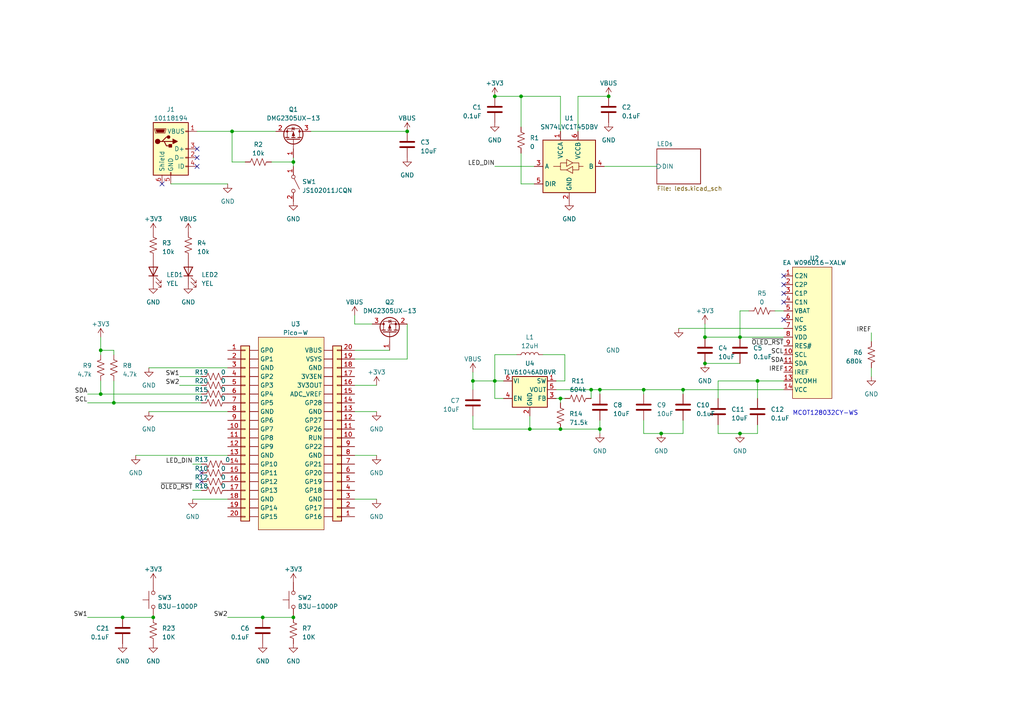
<source format=kicad_sch>
(kicad_sch (version 20230121) (generator eeschema)
  (paper "A4")
  (lib_symbols
    (symbol "Connector:USB_B_Micro" (pin_names (offset 1.016))
      (property "Reference" "J" (at -5.08 11.43 0))
      (property "Value" "USB_B_Micro" (at -5.08 8.89 0))
      (symbol "USB_B_Micro_0_1"
        (rectangle (start -5.08 -7.62) (end 5.08 7.62) (stroke (width 0.254)) (fill (type background)))
        (circle (center -3.81 2.159) (radius 0.635) (stroke (width 0.254)) (fill (type outline)))
        (circle (center -0.635 3.429) (radius 0.381) (stroke (width 0.254)) (fill (type outline)))
        (rectangle (start -0.127 -7.62) (end 0.127 -6.858))
        (polyline (pts (xy -1.905 2.159) (xy 0.635 2.159)) (stroke (width 0.254)))
        (polyline (pts (xy -3.175 2.159) (xy -2.54 2.159) (xy -1.27 3.429) (xy -0.635 3.429)) (stroke (width 0.254)))
        (polyline (pts (xy -2.54 2.159) (xy -1.905 2.159) (xy -1.27 0.889) (xy 0 0.889)) (stroke (width 0.254)))
        (polyline (pts (xy 0.635 2.794) (xy 0.635 1.524) (xy 1.905 2.159) (xy 0.635 2.794)) (stroke (width 0.254)) (fill (type outline)))
        (polyline (pts (xy -4.318 5.588) (xy -1.778 5.588) (xy -2.032 4.826) (xy -4.064 4.826) (xy -4.318 5.588)) (fill (type outline)))
        (polyline (pts (xy -4.699 5.842) (xy -4.699 5.588) (xy -4.445 4.826) (xy -4.445 4.572) (xy -1.651 4.572) (xy -1.651 4.826) (xy -1.397 5.588) (xy -1.397 5.842) (xy -4.699 5.842)))
        (rectangle (start 0.254 1.27) (end -0.508 0.508) (stroke (width 0.254)) (fill (type outline)))
        (rectangle (start 5.08 -5.207) (end 4.318 -4.953))
        (rectangle (start 5.08 -2.667) (end 4.318 -2.413))
        (rectangle (start 5.08 -0.127) (end 4.318 0.127))
        (rectangle (start 5.08 4.953) (end 4.318 5.207))
      )
      (symbol "USB_B_Micro_1_1"
        (pin power_out line (at 7.62 5.08 180) (length 2.54) (name "VBUS") (number "1"))
        (pin bidirectional line (at 7.62 -2.54 180) (length 2.54) (name "D-") (number "2"))
        (pin bidirectional line (at 7.62 0 180) (length 2.54) (name "D+") (number "3"))
        (pin passive line (at 7.62 -5.08 180) (length 2.54) (name "ID") (number "4"))
        (pin power_out line (at 0 -10.16 90) (length 2.54) (name "GND") (number "5"))
        (pin passive line (at -2.54 -10.16 90) (length 2.54) (name "Shield") (number "6"))
      )
    )
    (symbol "Connector_Generic:Conn_01x20" (pin_names (offset 1.016) hide)
      (property "Reference" "J" (at 0 25.4 0))
      (property "Value" "Conn_01x20" (at 0 -27.94 0))
      (symbol "Conn_01x20_1_1"
        (rectangle (start -1.27 -25.273) (end 0 -25.527) (stroke (width 0.1524)))
        (rectangle (start -1.27 -22.733) (end 0 -22.987) (stroke (width 0.1524)))
        (rectangle (start -1.27 -20.193) (end 0 -20.447) (stroke (width 0.1524)))
        (rectangle (start -1.27 -17.653) (end 0 -17.907) (stroke (width 0.1524)))
        (rectangle (start -1.27 -15.113) (end 0 -15.367) (stroke (width 0.1524)))
        (rectangle (start -1.27 -12.573) (end 0 -12.827) (stroke (width 0.1524)))
        (rectangle (start -1.27 -10.033) (end 0 -10.287) (stroke (width 0.1524)))
        (rectangle (start -1.27 -7.493) (end 0 -7.747) (stroke (width 0.1524)))
        (rectangle (start -1.27 -4.953) (end 0 -5.207) (stroke (width 0.1524)))
        (rectangle (start -1.27 -2.413) (end 0 -2.667) (stroke (width 0.1524)))
        (rectangle (start -1.27 0.127) (end 0 -0.127) (stroke (width 0.1524)))
        (rectangle (start -1.27 2.667) (end 0 2.413) (stroke (width 0.1524)))
        (rectangle (start -1.27 5.207) (end 0 4.953) (stroke (width 0.1524)))
        (rectangle (start -1.27 7.747) (end 0 7.493) (stroke (width 0.1524)))
        (rectangle (start -1.27 10.287) (end 0 10.033) (stroke (width 0.1524)))
        (rectangle (start -1.27 12.827) (end 0 12.573) (stroke (width 0.1524)))
        (rectangle (start -1.27 15.367) (end 0 15.113) (stroke (width 0.1524)))
        (rectangle (start -1.27 17.907) (end 0 17.653) (stroke (width 0.1524)))
        (rectangle (start -1.27 20.447) (end 0 20.193) (stroke (width 0.1524)))
        (rectangle (start -1.27 22.987) (end 0 22.733) (stroke (width 0.1524)))
        (rectangle (start -1.27 24.13) (end 1.27 -26.67) (stroke (width 0.254)) (fill (type background)))
        (pin passive line (at -5.08 22.86 0) (length 3.81) (name "Pin_1") (number "1"))
        (pin passive line (at -5.08 0 0) (length 3.81) (name "Pin_10") (number "10"))
        (pin passive line (at -5.08 -2.54 0) (length 3.81) (name "Pin_11") (number "11"))
        (pin passive line (at -5.08 -5.08 0) (length 3.81) (name "Pin_12") (number "12"))
        (pin passive line (at -5.08 -7.62 0) (length 3.81) (name "Pin_13") (number "13"))
        (pin passive line (at -5.08 -10.16 0) (length 3.81) (name "Pin_14") (number "14"))
        (pin passive line (at -5.08 -12.7 0) (length 3.81) (name "Pin_15") (number "15"))
        (pin passive line (at -5.08 -15.24 0) (length 3.81) (name "Pin_16") (number "16"))
        (pin passive line (at -5.08 -17.78 0) (length 3.81) (name "Pin_17") (number "17"))
        (pin passive line (at -5.08 -20.32 0) (length 3.81) (name "Pin_18") (number "18"))
        (pin passive line (at -5.08 -22.86 0) (length 3.81) (name "Pin_19") (number "19"))
        (pin passive line (at -5.08 20.32 0) (length 3.81) (name "Pin_2") (number "2"))
        (pin passive line (at -5.08 -25.4 0) (length 3.81) (name "Pin_20") (number "20"))
        (pin passive line (at -5.08 17.78 0) (length 3.81) (name "Pin_3") (number "3"))
        (pin passive line (at -5.08 15.24 0) (length 3.81) (name "Pin_4") (number "4"))
        (pin passive line (at -5.08 12.7 0) (length 3.81) (name "Pin_5") (number "5"))
        (pin passive line (at -5.08 10.16 0) (length 3.81) (name "Pin_6") (number "6"))
        (pin passive line (at -5.08 7.62 0) (length 3.81) (name "Pin_7") (number "7"))
        (pin passive line (at -5.08 5.08 0) (length 3.81) (name "Pin_8") (number "8"))
        (pin passive line (at -5.08 2.54 0) (length 3.81) (name "Pin_9") (number "9"))
      )
    )
    (symbol "Device:C" (pin_numbers hide) (pin_names (offset 0.254))
      (property "Reference" "C" (at 0.635 2.54 0))
      (property "Value" "C" (at 0.635 -2.54 0))
      (symbol "C_0_1"
        (polyline (pts (xy -2.032 -0.762) (xy 2.032 -0.762)) (stroke (width 0.508)))
        (polyline (pts (xy -2.032 0.762) (xy 2.032 0.762)) (stroke (width 0.508)))
      )
      (symbol "C_1_1"
        (pin passive line (at 0 3.81 270) (length 2.794) (name "~") (number "1"))
        (pin passive line (at 0 -3.81 90) (length 2.794) (name "~") (number "2"))
      )
    )
    (symbol "Device:L" (pin_numbers hide) (pin_names (offset 1.016) hide)
      (property "Reference" "L" (at -1.27 0 90))
      (property "Value" "L" (at 1.905 0 90))
      (symbol "L_0_1"
        (arc (start 0 -2.54) (mid 0.6323 -1.905) (end 0 -1.27))
        (arc (start 0 -1.27) (mid 0.6323 -0.635) (end 0 0))
        (arc (start 0 0) (mid 0.6323 0.635) (end 0 1.27))
        (arc (start 0 1.27) (mid 0.6323 1.905) (end 0 2.54))
      )
      (symbol "L_1_1"
        (pin passive line (at 0 3.81 270) (length 1.27) (name "1") (number "1"))
        (pin passive line (at 0 -3.81 90) (length 1.27) (name "2") (number "2"))
      )
    )
    (symbol "Device:LED" (pin_numbers hide) (pin_names (offset 1.016) hide)
      (property "Reference" "D" (at 0 2.54 0))
      (property "Value" "LED" (at 0 -2.54 0))
      (symbol "LED_0_1"
        (polyline (pts (xy -1.27 -1.27) (xy -1.27 1.27)) (stroke (width 0.254)))
        (polyline (pts (xy -1.27 0) (xy 1.27 0)))
        (polyline (pts (xy 1.27 -1.27) (xy 1.27 1.27) (xy -1.27 0) (xy 1.27 -1.27)) (stroke (width 0.254)))
        (polyline (pts (xy -3.048 -0.762) (xy -4.572 -2.286) (xy -3.81 -2.286) (xy -4.572 -2.286) (xy -4.572 -1.524)))
        (polyline (pts (xy -1.778 -0.762) (xy -3.302 -2.286) (xy -2.54 -2.286) (xy -3.302 -2.286) (xy -3.302 -1.524)))
      )
      (symbol "LED_1_1"
        (pin passive line (at -3.81 0 0) (length 2.54) (name "K") (number "1"))
        (pin passive line (at 3.81 0 180) (length 2.54) (name "A") (number "2"))
      )
    )
    (symbol "Device:Q_PMOS_GSD" (pin_names (offset 0) hide)
      (property "Reference" "Q" (at 5.08 1.27 0))
      (property "Value" "Q_PMOS_GSD" (at 5.08 -1.27 0))
      (symbol "Q_PMOS_GSD_0_1"
        (polyline (pts (xy 0.254 0) (xy -2.54 0)))
        (polyline (pts (xy 0.254 1.905) (xy 0.254 -1.905)) (stroke (width 0.254)))
        (polyline (pts (xy 0.762 -1.27) (xy 0.762 -2.286)) (stroke (width 0.254)))
        (polyline (pts (xy 0.762 0.508) (xy 0.762 -0.508)) (stroke (width 0.254)))
        (polyline (pts (xy 0.762 2.286) (xy 0.762 1.27)) (stroke (width 0.254)))
        (polyline (pts (xy 2.54 2.54) (xy 2.54 1.778)))
        (polyline (pts (xy 2.54 -2.54) (xy 2.54 0) (xy 0.762 0)))
        (polyline (pts (xy 0.762 1.778) (xy 3.302 1.778) (xy 3.302 -1.778) (xy 0.762 -1.778)))
        (polyline (pts (xy 2.286 0) (xy 1.27 0.381) (xy 1.27 -0.381) (xy 2.286 0)) (fill (type outline)))
        (polyline (pts (xy 2.794 -0.508) (xy 2.921 -0.381) (xy 3.683 -0.381) (xy 3.81 -0.254)))
        (polyline (pts (xy 3.302 -0.381) (xy 2.921 0.254) (xy 3.683 0.254) (xy 3.302 -0.381)))
        (circle (center 1.651 0) (radius 2.794) (stroke (width 0.254)))
        (circle (center 2.54 -1.778) (radius 0.254) (fill (type outline)))
        (circle (center 2.54 1.778) (radius 0.254) (fill (type outline)))
      )
      (symbol "Q_PMOS_GSD_1_1"
        (pin input line (at -5.08 0 0) (length 2.54) (name "G") (number "1"))
        (pin passive line (at 2.54 -5.08 90) (length 2.54) (name "S") (number "2"))
        (pin passive line (at 2.54 5.08 270) (length 2.54) (name "D") (number "3"))
      )
    )
    (symbol "Device:R_US" (pin_numbers hide) (pin_names (offset 0))
      (property "Reference" "R" (at 2.54 0 90))
      (property "Value" "R_US" (at -2.54 0 90))
      (symbol "R_US_0_1"
        (polyline (pts (xy 0 -2.286) (xy 0 -2.54)))
        (polyline (pts (xy 0 2.286) (xy 0 2.54)))
        (polyline (pts (xy 0 -0.762) (xy 1.016 -1.143) (xy 0 -1.524) (xy -1.016 -1.905) (xy 0 -2.286)))
        (polyline (pts (xy 0 0.762) (xy 1.016 0.381) (xy 0 0) (xy -1.016 -0.381) (xy 0 -0.762)))
        (polyline (pts (xy 0 2.286) (xy 1.016 1.905) (xy 0 1.524) (xy -1.016 1.143) (xy 0 0.762)))
      )
      (symbol "R_US_1_1"
        (pin passive line (at 0 3.81 270) (length 1.27) (name "~") (number "1"))
        (pin passive line (at 0 -3.81 90) (length 1.27) (name "~") (number "2"))
      )
    )
    (symbol "Logic_LevelTranslator:SN74LVC1T45DBV"
      (property "Reference" "U" (at -6.35 8.89 0))
      (property "Value" "SN74LVC1T45DBV" (at 3.81 8.89 0))
      (symbol "SN74LVC1T45DBV_0_1"
        (rectangle (start -7.62 7.62) (end 7.62 -7.62) (stroke (width 0.254)) (fill (type background)))
        (polyline (pts (xy -2.54 0) (xy -2.54 1.016) (xy -0.762 1.016)))
        (polyline (pts (xy 2.794 0) (xy 2.794 -1.016) (xy 1.016 -1.016)))
        (polyline (pts (xy -0.762 -1.016) (xy -2.54 -1.016) (xy -2.54 0) (xy -4.572 0)))
        (polyline (pts (xy -0.762 0) (xy -0.762 2.032) (xy 1.016 1.016) (xy -0.762 0)))
        (polyline (pts (xy 1.016 1.016) (xy 2.794 1.016) (xy 2.794 0) (xy 4.064 0)))
        (polyline (pts (xy 1.016 0) (xy 1.016 -1.778) (xy 1.016 -2.032) (xy -0.762 -1.016) (xy 1.016 0)))
      )
      (symbol "SN74LVC1T45DBV_1_1"
        (pin power_in line (at -2.54 10.16 270) (length 2.54) (name "VCCA") (number "1"))
        (pin power_in line (at 0 -10.16 90) (length 2.54) (name "GND") (number "2"))
        (pin bidirectional line (at -10.16 0 0) (length 2.54) (name "A") (number "3"))
        (pin bidirectional line (at 10.16 0 180) (length 2.54) (name "B") (number "4"))
        (pin input line (at -10.16 -5.08 0) (length 2.54) (name "DIR") (number "5"))
        (pin power_in line (at 2.54 10.16 270) (length 2.54) (name "VCCB") (number "6"))
      )
    )
    (symbol "Regulator_Switching:TLV61046ADB" (pin_names (offset 0.254))
      (property "Reference" "U" (at -5.08 7.62 0))
      (property "Value" "TLV61046ADB" (at 0 7.62 0))
      (symbol "TLV61046ADB_0_1"
        (rectangle (start -5.08 6.35) (end 5.08 -2.54) (stroke (width 0.254)) (fill (type background)))
      )
      (symbol "TLV61046ADB_1_1"
        (pin power_in line (at 7.62 5.08 180) (length 2.54) (name "SW") (number "1"))
        (pin power_in line (at 0 -5.08 90) (length 2.54) (name "GND") (number "2"))
        (pin input line (at 7.62 0 180) (length 2.54) (name "FB") (number "3"))
        (pin input line (at -7.62 0 0) (length 2.54) (name "EN") (number "4"))
        (pin power_out line (at 7.62 2.54 180) (length 2.54) (name "VOUT") (number "5"))
        (pin power_in line (at -7.62 5.08 0) (length 2.54) (name "VI") (number "6"))
      )
    )
    (symbol "Switch:SW_Push" (pin_numbers hide) (pin_names (offset 1.016) hide)
      (property "Reference" "SW" (at 1.27 2.54 0))
      (property "Value" "SW_Push" (at 0 -1.524 0))
      (symbol "SW_Push_0_1"
        (circle (center -2.032 0) (radius 0.508))
        (polyline (pts (xy 0 1.27) (xy 0 3.048)))
        (polyline (pts (xy 2.54 1.27) (xy -2.54 1.27)))
        (circle (center 2.032 0) (radius 0.508))
        (pin passive line (at -5.08 0 0) (length 2.54) (name "1") (number "1"))
        (pin passive line (at 5.08 0 180) (length 2.54) (name "2") (number "2"))
      )
    )
    (symbol "Switch:SW_SPST" (pin_names (offset 0) hide)
      (property "Reference" "SW" (at 0 3.175 0))
      (property "Value" "SW_SPST" (at 0 -2.54 0))
      (symbol "SW_SPST_0_0"
        (circle (center -2.032 0) (radius 0.508))
        (polyline (pts (xy -1.524 0.254) (xy 1.524 1.778)))
        (circle (center 2.032 0) (radius 0.508))
      )
      (symbol "SW_SPST_1_1"
        (pin passive line (at -5.08 0 0) (length 2.54) (name "A") (number "1"))
        (pin passive line (at 5.08 0 180) (length 2.54) (name "B") (number "2"))
      )
    )
    (symbol "common:EA_W096016-XALW"
      (property "Reference" "U" (at 0 1.27 0))
      (symbol "EA_W096016-XALW_0_0"
        (pin unspecified line (at 8.89 -7.62 180) (length 2.54) (name "C1P") (number "3"))
        (pin unspecified line (at 8.89 -10.16 180) (length 2.54) (name "C1N") (number "4"))
        (pin unspecified line (at 8.89 -22.86 180) (length 2.54) (name "RES#") (number "9"))
      )
      (symbol "EA_W096016-XALW_1_0"
        (pin unspecified line (at 8.89 -2.54 180) (length 2.54) (name "C2N") (number "1"))
        (pin unspecified line (at 8.89 -25.4 180) (length 2.54) (name "SCL") (number "10"))
        (pin unspecified line (at 8.89 -27.94 180) (length 2.54) (name "SDA") (number "11"))
        (pin unspecified line (at 8.89 -30.48 180) (length 2.54) (name "IREF") (number "12"))
        (pin unspecified line (at 8.89 -33.02 180) (length 2.54) (name "VCOMH") (number "13"))
        (pin unspecified line (at 8.89 -35.56 180) (length 2.54) (name "VCC") (number "14"))
        (pin unspecified line (at 8.89 -5.08 180) (length 2.54) (name "C2P") (number "2"))
        (pin unspecified line (at 8.89 -12.7 180) (length 2.54) (name "VBAT") (number "5"))
        (pin unspecified line (at 8.89 -15.24 180) (length 2.54) (name "NC") (number "6"))
        (pin unspecified line (at 8.89 -17.78 180) (length 2.54) (name "VSS") (number "7"))
        (pin unspecified line (at 8.89 -20.32 180) (length 2.54) (name "VDD") (number "8"))
      )
      (symbol "EA_W096016-XALW_1_1"
        (rectangle (start -5.08 0) (end 6.35 -38.1) (fill (type background)))
      )
    )
    (symbol "common:PicoW" (pin_numbers hide)
      (property "Reference" "U" (at 0 2.54 0))
      (property "Value" "Pico-W" (at -11.43 -3.81 0))
      (symbol "PicoW_0_0"
        (pin bidirectional line (at -11.43 -3.81 0) (length 2.54) (name "GP0") (number "1"))
        (pin bidirectional line (at -11.43 -26.67 0) (length 2.54) (name "GP7") (number "10"))
        (pin bidirectional line (at -11.43 -29.21 0) (length 2.54) (name "GP8") (number "11"))
        (pin bidirectional line (at -11.43 -31.75 0) (length 2.54) (name "GP9") (number "12"))
        (pin power_in line (at -11.43 -34.29 0) (length 2.54) (name "GND") (number "13"))
        (pin bidirectional line (at -11.43 -36.83 0) (length 2.54) (name "GP10") (number "14"))
        (pin bidirectional line (at -11.43 -39.37 0) (length 2.54) (name "GP11") (number "15"))
        (pin bidirectional line (at -11.43 -41.91 0) (length 2.54) (name "GP12") (number "16"))
        (pin bidirectional line (at -11.43 -44.45 0) (length 2.54) (name "GP13") (number "17"))
        (pin power_in line (at -11.43 -46.99 0) (length 2.54) (name "GND") (number "18"))
        (pin bidirectional line (at -11.43 -49.53 0) (length 2.54) (name "GP14") (number "19"))
        (pin bidirectional line (at -11.43 -6.35 0) (length 2.54) (name "GP1") (number "2"))
        (pin bidirectional line (at -11.43 -52.07 0) (length 2.54) (name "GP15") (number "20"))
        (pin bidirectional line (at 12.7 -52.07 180) (length 2.54) (name "GP16") (number "21"))
        (pin bidirectional line (at 12.7 -49.53 180) (length 2.54) (name "GP17") (number "22"))
        (pin power_in line (at 12.7 -46.99 180) (length 2.54) (name "GND") (number "23"))
        (pin bidirectional line (at 12.7 -44.45 180) (length 2.54) (name "GP18") (number "24"))
        (pin bidirectional line (at 12.7 -41.91 180) (length 2.54) (name "GP19") (number "25"))
        (pin bidirectional line (at 12.7 -39.37 180) (length 2.54) (name "GP20") (number "26"))
        (pin bidirectional line (at 12.7 -36.83 180) (length 2.54) (name "GP21") (number "27"))
        (pin power_in line (at 12.7 -34.29 180) (length 2.54) (name "GND") (number "28"))
        (pin bidirectional line (at 12.7 -31.75 180) (length 2.54) (name "GP22") (number "29"))
        (pin power_in line (at -11.43 -8.89 0) (length 2.54) (name "GND") (number "3"))
        (pin open_emitter line (at 12.7 -29.21 180) (length 2.54) (name "RUN") (number "30"))
        (pin bidirectional line (at 12.7 -26.67 180) (length 2.54) (name "GP26") (number "31"))
        (pin bidirectional line (at 12.7 -24.13 180) (length 2.54) (name "GP27") (number "32"))
        (pin power_in line (at 12.7 -21.59 180) (length 2.54) (name "GND") (number "33"))
        (pin bidirectional line (at 12.7 -19.05 180) (length 2.54) (name "GP28") (number "34"))
        (pin input line (at 12.7 -16.51 180) (length 2.54) (name "ADC_VREF") (number "35"))
        (pin bidirectional line (at 12.7 -13.97 180) (length 2.54) (name "3V3OUT") (number "36"))
        (pin open_emitter line (at 12.7 -11.43 180) (length 2.54) (name "3V3EN") (number "37"))
        (pin power_in line (at 12.7 -8.89 180) (length 2.54) (name "GND") (number "38"))
        (pin power_in line (at 12.7 -6.35 180) (length 2.54) (name "VSYS") (number "39"))
        (pin bidirectional line (at -11.43 -11.43 0) (length 2.54) (name "GP2") (number "4"))
        (pin power_in line (at 12.7 -3.81 180) (length 2.54) (name "VBUS") (number "40"))
        (pin bidirectional line (at -11.43 -13.97 0) (length 2.54) (name "GP3") (number "5"))
        (pin bidirectional line (at -11.43 -16.51 0) (length 2.54) (name "GP4") (number "6"))
        (pin bidirectional line (at -11.43 -19.05 0) (length 2.54) (name "GP5") (number "7"))
        (pin power_in line (at -11.43 -21.59 0) (length 2.54) (name "GND") (number "8"))
        (pin bidirectional line (at -11.43 -24.13 0) (length 2.54) (name "GP6") (number "9"))
      )
      (symbol "PicoW_1_1"
        (rectangle (start -8.89 0) (end 10.16 -55.88) (fill (type background)))
      )
    )
    (symbol "power:+3V3" (power) (pin_names (offset 0))
      (property "Value" "+3V3" (at 0 3.556 0))
      (symbol "+3V3_0_1"
        (polyline (pts (xy -0.762 1.27) (xy 0 2.54)))
        (polyline (pts (xy 0 0) (xy 0 2.54)))
        (polyline (pts (xy 0 2.54) (xy 0.762 1.27)))
      )
      (symbol "+3V3_1_1"
        (pin power_in line (at 0 0 90) (length 0) hide (name "+3V3") (number "1"))
      )
    )
    (symbol "power:GND" (power) (pin_names (offset 0))
      (property "Value" "GND" (at 0 -3.81 0))
      (symbol "GND_0_1"
        (polyline (pts (xy 0 0) (xy 0 -1.27) (xy 1.27 -1.27) (xy 0 -2.54) (xy -1.27 -1.27) (xy 0 -1.27)))
      )
      (symbol "GND_1_1"
        (pin power_in line (at 0 0 270) (length 0) hide (name "GND") (number "1"))
      )
    )
    (symbol "power:VBUS" (power) (pin_names (offset 0))
      (property "Value" "VBUS" (at 0 3.81 0))
      (symbol "VBUS_0_1"
        (polyline (pts (xy -0.762 1.27) (xy 0 2.54)))
        (polyline (pts (xy 0 0) (xy 0 2.54)))
        (polyline (pts (xy 0 2.54) (xy 0.762 1.27)))
      )
      (symbol "VBUS_1_1"
        (pin power_in line (at 0 0 90) (length 0) hide (name "VBUS") (number "1"))
      )
    )
  )
  (junction (at 198.12 113.03))
  (junction (at 76.2 179.07))
  (junction (at 118.11 38.1))
  (junction (at 162.56 124.46))
  (junction (at 219.71 110.49))
  (junction (at 85.09 46.99))
  (junction (at 67.31 38.1))
  (junction (at 35.56 179.07))
  (junction (at 191.77 125.73))
  (junction (at 44.45 179.07))
  (junction (at 85.09 179.07))
  (junction (at 29.21 101.6))
  (junction (at 151.13 27.94))
  (junction (at 143.51 110.49))
  (junction (at 143.51 27.94))
  (junction (at 171.45 113.03))
  (junction (at 162.56 115.57))
  (junction (at 29.21 114.3))
  (junction (at 153.67 124.46))
  (junction (at 173.99 124.46))
  (junction (at 173.99 113.03))
  (junction (at 214.63 125.73))
  (junction (at 204.47 97.79))
  (junction (at 204.47 105.41))
  (junction (at 186.69 113.03))
  (junction (at 33.02 116.84))
  (junction (at 176.53 27.94))
  (junction (at 214.63 97.79))
  (junction (at 137.16 110.49))
  (no_connect (at 227.33 87.63))
  (no_connect (at 57.15 48.26))
  (no_connect (at 58.42 139.7))
  (no_connect (at 227.33 85.09))
  (no_connect (at 227.33 92.71))
  (no_connect (at 46.99 53.34))
  (no_connect (at 57.15 45.72))
  (no_connect (at 57.15 43.18))
  (no_connect (at 227.33 82.55))
  (no_connect (at 227.33 80.01))
  (no_connect (at 58.42 137.16))
  (wire (pts (xy 208.28 110.49) (xy 208.28 115.57)))
  (wire (pts (xy 43.18 119.38) (xy 66.04 119.38)))
  (wire (pts (xy 29.21 101.6) (xy 29.21 102.87)))
  (wire (pts (xy 191.77 125.73) (xy 198.12 125.73)))
  (wire (pts (xy 137.16 107.95) (xy 137.16 110.49)))
  (wire (pts (xy 208.28 110.49) (xy 219.71 110.49)))
  (wire (pts (xy 151.13 27.94) (xy 162.56 27.94)))
  (wire (pts (xy 52.07 109.22) (xy 58.42 109.22)))
  (wire (pts (xy 151.13 53.34) (xy 151.13 44.45)))
  (wire (pts (xy 198.12 113.03) (xy 227.33 113.03)))
  (wire (pts (xy 25.4 114.3) (xy 29.21 114.3)))
  (wire (pts (xy 137.16 124.46) (xy 137.16 120.65)))
  (wire (pts (xy 102.87 91.44) (xy 102.87 93.98)))
  (wire (pts (xy 29.21 110.49) (xy 29.21 114.3)))
  (wire (pts (xy 173.99 121.92) (xy 173.99 124.46)))
  (wire (pts (xy 173.99 125.73) (xy 173.99 124.46)))
  (wire (pts (xy 186.69 113.03) (xy 198.12 113.03)))
  (wire (pts (xy 163.83 115.57) (xy 162.56 115.57)))
  (wire (pts (xy 153.67 124.46) (xy 137.16 124.46)))
  (wire (pts (xy 55.88 142.24) (xy 58.42 142.24)))
  (wire (pts (xy 66.04 179.07) (xy 76.2 179.07)))
  (wire (pts (xy 167.64 38.1) (xy 167.64 27.94)))
  (wire (pts (xy 175.26 48.26) (xy 190.5 48.26)))
  (wire (pts (xy 118.11 104.14) (xy 118.11 93.98)))
  (wire (pts (xy 167.64 27.94) (xy 176.53 27.94)))
  (wire (pts (xy 171.45 113.03) (xy 171.45 115.57)))
  (wire (pts (xy 252.73 106.68) (xy 252.73 109.22)))
  (wire (pts (xy 186.69 114.3) (xy 186.69 113.03)))
  (wire (pts (xy 219.71 125.73) (xy 214.63 125.73)))
  (wire (pts (xy 58.42 134.62) (xy 55.88 134.62)))
  (wire (pts (xy 154.94 53.34) (xy 151.13 53.34)))
  (wire (pts (xy 198.12 121.92) (xy 198.12 125.73)))
  (wire (pts (xy 162.56 124.46) (xy 173.99 124.46)))
  (wire (pts (xy 219.71 110.49) (xy 219.71 115.57)))
  (wire (pts (xy 162.56 115.57) (xy 162.56 116.84)))
  (wire (pts (xy 67.31 38.1) (xy 80.01 38.1)))
  (wire (pts (xy 25.4 116.84) (xy 33.02 116.84)))
  (wire (pts (xy 33.02 110.49) (xy 33.02 116.84)))
  (wire (pts (xy 186.69 121.92) (xy 186.69 125.73)))
  (wire (pts (xy 204.47 93.98) (xy 204.47 97.79)))
  (wire (pts (xy 137.16 113.03) (xy 137.16 110.49)))
  (wire (pts (xy 198.12 113.03) (xy 198.12 114.3)))
  (wire (pts (xy 55.88 144.78) (xy 66.04 144.78)))
  (wire (pts (xy 67.31 46.99) (xy 67.31 38.1)))
  (wire (pts (xy 163.83 102.87) (xy 157.48 102.87)))
  (wire (pts (xy 171.45 113.03) (xy 173.99 113.03)))
  (wire (pts (xy 186.69 125.73) (xy 191.77 125.73)))
  (wire (pts (xy 43.18 106.68) (xy 66.04 106.68)))
  (wire (pts (xy 35.56 179.07) (xy 44.45 179.07)))
  (wire (pts (xy 143.51 102.87) (xy 143.51 110.49)))
  (wire (pts (xy 219.71 123.19) (xy 219.71 125.73)))
  (wire (pts (xy 33.02 101.6) (xy 33.02 102.87)))
  (wire (pts (xy 33.02 116.84) (xy 58.42 116.84)))
  (wire (pts (xy 162.56 115.57) (xy 161.29 115.57)))
  (wire (pts (xy 143.51 115.57) (xy 143.51 110.49)))
  (wire (pts (xy 25.4 179.07) (xy 35.56 179.07)))
  (wire (pts (xy 163.83 110.49) (xy 163.83 102.87)))
  (wire (pts (xy 143.51 27.94) (xy 151.13 27.94)))
  (wire (pts (xy 208.28 123.19) (xy 208.28 125.73)))
  (wire (pts (xy 214.63 125.73) (xy 208.28 125.73)))
  (wire (pts (xy 149.86 102.87) (xy 143.51 102.87)))
  (wire (pts (xy 227.33 90.17) (xy 224.79 90.17)))
  (wire (pts (xy 219.71 110.49) (xy 227.33 110.49)))
  (wire (pts (xy 102.87 119.38) (xy 109.22 119.38)))
  (wire (pts (xy 52.07 111.76) (xy 58.42 111.76)))
  (wire (pts (xy 204.47 97.79) (xy 214.63 97.79)))
  (wire (pts (xy 85.09 45.72) (xy 85.09 46.99)))
  (wire (pts (xy 39.37 132.08) (xy 66.04 132.08)))
  (wire (pts (xy 143.51 48.26) (xy 154.94 48.26)))
  (wire (pts (xy 102.87 93.98) (xy 107.95 93.98)))
  (wire (pts (xy 162.56 27.94) (xy 162.56 38.1)))
  (wire (pts (xy 76.2 179.07) (xy 85.09 179.07)))
  (wire (pts (xy 102.87 132.08) (xy 109.22 132.08)))
  (wire (pts (xy 173.99 113.03) (xy 173.99 114.3)))
  (wire (pts (xy 146.05 110.49) (xy 143.51 110.49)))
  (wire (pts (xy 29.21 97.79) (xy 29.21 101.6)))
  (wire (pts (xy 151.13 27.94) (xy 151.13 36.83)))
  (wire (pts (xy 204.47 105.41) (xy 214.63 105.41)))
  (wire (pts (xy 217.17 90.17) (xy 214.63 90.17)))
  (wire (pts (xy 29.21 114.3) (xy 58.42 114.3)))
  (wire (pts (xy 90.17 38.1) (xy 118.11 38.1)))
  (wire (pts (xy 252.73 96.52) (xy 252.73 99.06)))
  (wire (pts (xy 71.12 46.99) (xy 67.31 46.99)))
  (wire (pts (xy 214.63 97.79) (xy 227.33 97.79)))
  (wire (pts (xy 29.21 101.6) (xy 33.02 101.6)))
  (wire (pts (xy 85.09 46.99) (xy 85.09 48.26)))
  (wire (pts (xy 102.87 104.14) (xy 118.11 104.14)))
  (wire (pts (xy 162.56 124.46) (xy 153.67 124.46)))
  (wire (pts (xy 196.85 95.25) (xy 227.33 95.25)))
  (wire (pts (xy 49.53 53.34) (xy 66.04 53.34)))
  (wire (pts (xy 173.99 113.03) (xy 186.69 113.03)))
  (wire (pts (xy 161.29 110.49) (xy 163.83 110.49)))
  (wire (pts (xy 102.87 101.6) (xy 113.03 101.6)))
  (wire (pts (xy 57.15 38.1) (xy 67.31 38.1)))
  (wire (pts (xy 214.63 90.17) (xy 214.63 97.79)))
  (wire (pts (xy 102.87 144.78) (xy 109.22 144.78)))
  (wire (pts (xy 146.05 115.57) (xy 143.51 115.57)))
  (wire (pts (xy 161.29 113.03) (xy 171.45 113.03)))
  (wire (pts (xy 153.67 124.46) (xy 153.67 120.65)))
  (wire (pts (xy 102.87 111.76) (xy 109.22 111.76)))
  (wire (pts (xy 78.74 46.99) (xy 85.09 46.99)))
  (wire (pts (xy 143.51 110.49) (xy 137.16 110.49)))
  (text "MCOT128032CY-WS\n" (at 229.87 120.65 0) (effects (font (size 1.27 1.27)) (justify left bottom)))
  (label "SW1" (at 52.07 109.22 180))
  (label "LED_DIN" (at 55.88 134.62 180))
  (label "SDA" (at 227.33 105.41 180))
  (label "LED_DIN" (at 143.51 48.26 180))
  (label "IREF" (at 252.73 96.52 180))
  (label "SW2" (at 52.07 111.76 180))
  (label "SW2" (at 66.04 179.07 180))
  (label "~{OLED_RST}" (at 227.33 100.33 180))
  (label "SCL" (at 25.4 116.84 180))
  (label "SW1" (at 25.4 179.07 180))
  (label "IREF" (at 227.33 107.95 180))
  (label "SDA" (at 25.4 114.3 180))
  (label "~{OLED_RST}" (at 55.88 142.24 180))
  (label "SCL" (at 227.33 102.87 180))
  (symbol (lib_id "power:GND") (at 191.77 125.73 0) (mirror y) (unit 1)
    (property "Reference" "#PWR028" (effects hide))
    (property "Value" "GND" (at 191.77 130.81 0))
  )
  (symbol (lib_id "Device:C") (at 208.28 119.38 0) (mirror y) (unit 1)
    (property "Reference" "C11" (at 212.09 118.745 0) (effects (justify right)))
    (property "Value" "10uF" (at 212.09 121.285 0) (effects (justify right)))
    (property "Footprint" "Capacitor_SMD:C_0603_1608Metric" (effects hide))
  )
  (symbol (lib_id "Device:C") (at 35.56 182.88 0) (unit 1)
    (property "Reference" "C21" (at 31.75 182.245 0) (effects (justify right)))
    (property "Value" "0.1uF" (at 31.75 184.785 0) (effects (justify right)))
    (property "Footprint" "Capacitor_SMD:C_0603_1608Metric" (effects hide))
  )
  (symbol (lib_id "Device:R_US") (at 167.64 115.57 90) (unit 1)
    (property "Reference" "R11" (at 167.64 110.49 90))
    (property "Value" "604k" (at 167.64 113.03 90))
    (property "Footprint" "Resistor_SMD:R_0603_1608Metric" (effects hide))
  )
  (symbol (lib_id "Device:C") (at 204.47 101.6 0) (mirror y) (unit 1)
    (property "Reference" "C4" (at 208.28 100.965 0) (effects (justify right)))
    (property "Value" "10uF" (at 208.28 103.505 0) (effects (justify right)))
    (property "Footprint" "Capacitor_SMD:C_0603_1608Metric" (effects hide))
  )
  (symbol (lib_id "power:VBUS") (at 176.53 27.94 0) (unit 1)
    (property "Reference" "#PWR02" (effects hide))
    (property "Value" "VBUS" (at 176.53 24.13 0))
  )
  (symbol (lib_id "Device:C") (at 186.69 118.11 0) (mirror y) (unit 1)
    (property "Reference" "C9" (at 190.5 117.475 0) (effects (justify right)))
    (property "Value" "10uF" (at 190.5 120.015 0) (effects (justify right)))
    (property "Footprint" "Capacitor_SMD:C_0603_1608Metric" (effects hide))
  )
  (symbol (lib_id "power:GND") (at 252.73 109.22 0) (mirror y) (unit 1)
    (property "Reference" "#PWR021" (effects hide))
    (property "Value" "GND" (at 252.73 114.3 0))
  )
  (symbol (lib_id "power:GND") (at 176.53 35.56 0) (unit 1)
    (property "Reference" "#PWR04" (effects hide))
    (property "Value" "GND" (at 176.53 40.64 0))
  )
  (symbol (lib_id "Device:C") (at 173.99 118.11 0) (mirror y) (unit 1)
    (property "Reference" "C8" (at 177.8 117.475 0) (effects (justify right)))
    (property "Value" "10uF" (at 177.8 120.015 0) (effects (justify right)))
    (property "Footprint" "Capacitor_SMD:C_0603_1608Metric" (effects hide))
  )
  (symbol (lib_id "power:GND") (at 43.18 106.68 0) (mirror y) (unit 1)
    (property "Reference" "#PWR019" (effects hide))
    (property "Value" "GND" (at 43.18 111.76 0))
  )
  (symbol (lib_id "Device:C") (at 137.16 116.84 0) (mirror y) (unit 1)
    (property "Reference" "C7" (at 133.35 116.205 0) (effects (justify left)))
    (property "Value" "10uF" (at 133.35 118.745 0) (effects (justify left)))
    (property "Footprint" "Capacitor_SMD:C_0603_1608Metric" (effects hide))
  )
  (symbol (lib_id "power:GND") (at 196.85 95.25 0) (mirror y) (unit 1)
    (property "Reference" "#PWR017" (effects hide))
    (property "Value" "GND" (at 177.8 101.6 0))
  )
  (symbol (lib_id "power:GND") (at 173.99 125.73 0) (mirror y) (unit 1)
    (property "Reference" "#PWR027" (effects hide))
    (property "Value" "GND" (at 173.99 130.81 0))
  )
  (symbol (lib_id "Switch:SW_SPST") (at 85.09 53.34 270) (unit 1)
    (property "Reference" "SW1" (at 87.63 52.705 90) (effects (justify left)))
    (property "Value" "JS102011JCQN" (at 87.63 55.245 90) (effects (justify left)))
    (property "Footprint" "caden_fp:SW_JS102011JCQN" (effects hide))
  )
  (symbol (lib_id "power:GND") (at 35.56 186.69 0) (mirror y) (unit 1)
    (property "Reference" "#PWR080" (effects hide))
    (property "Value" "GND" (at 35.56 191.77 0))
  )
  (symbol (lib_id "power:+3V3") (at 29.21 97.79 0) (unit 1)
    (property "Reference" "#PWR082" (effects hide))
    (property "Value" "+3V3" (at 29.21 93.98 0))
  )
  (symbol (lib_id "power:+3V3") (at 44.45 67.31 0) (unit 1)
    (property "Reference" "#PWR010" (effects hide))
    (property "Value" "+3V3" (at 44.45 63.5 0))
  )
  (symbol (lib_id "power:+3V3") (at 204.47 93.98 0) (unit 1)
    (property "Reference" "#PWR016" (effects hide))
    (property "Value" "+3V3" (at 204.47 90.17 0))
  )
  (symbol (lib_id "power:+3V3") (at 109.22 111.76 0) (unit 1)
    (property "Reference" "#PWR024" (effects hide))
    (property "Value" "+3V3" (at 109.22 107.95 0))
  )
  (symbol (lib_id "Regulator_Switching:TLV61046ADB") (at 153.67 115.57 0) (unit 1)
    (property "Reference" "U4" (at 153.67 105.41 0))
    (property "Value" "TLV61046ADBVR" (at 153.67 107.95 0))
    (property "Footprint" "Package_TO_SOT_SMD:SOT-23-6" (effects hide))
    (property "Datasheet" "TLV61046ADBVR" (effects hide))
  )
  (symbol (lib_id "Device:R_US") (at 29.21 106.68 0) (mirror y) (unit 1)
    (property "Reference" "R9" (at 26.67 106.045 0) (effects (justify left)))
    (property "Value" "4.7k" (at 26.67 108.585 0) (effects (justify left)))
    (property "Footprint" "Resistor_SMD:R_0603_1608Metric" (effects hide))
  )
  (symbol (lib_id "Device:LED") (at 44.45 78.74 90) (unit 1)
    (property "Reference" "LED1" (at 48.26 79.6925 90) (effects (justify right)))
    (property "Value" "YEL" (at 48.26 82.2325 90) (effects (justify right)))
    (property "Footprint" "LED_SMD:LED_0603_1608Metric" (effects hide))
    (property "Datasheet" "LTST-C191KSKT" (effects hide))
  )
  (symbol (lib_id "power:VBUS") (at 54.61 67.31 0) (unit 1)
    (property "Reference" "#PWR011" (effects hide))
    (property "Value" "VBUS" (at 54.61 63.5 0))
  )
  (symbol (lib_id "Device:R_US") (at 62.23 111.76 90) (unit 1)
    (property "Reference" "R20" (at 58.42 110.49 90))
    (property "Value" "0" (at 64.77 110.49 90))
    (property "Footprint" "Resistor_SMD:R_0603_1608Metric" (effects hide))
  )
  (symbol (lib_id "Device:C") (at 176.53 31.75 0) (mirror y) (unit 1)
    (property "Reference" "C2" (at 180.34 31.115 0) (effects (justify right)))
    (property "Value" "0.1uF" (at 180.34 33.655 0) (effects (justify right)))
    (property "Footprint" "Capacitor_SMD:C_0603_1608Metric" (effects hide))
  )
  (symbol (lib_id "Device:R_US") (at 62.23 109.22 90) (unit 1)
    (property "Reference" "R19" (at 58.42 107.95 90))
    (property "Value" "0" (at 64.77 107.95 90))
    (property "Footprint" "Resistor_SMD:R_0603_1608Metric" (effects hide))
  )
  (symbol (lib_id "common:PicoW") (at 83.82 97.79 0) (unit 1) (on_board no)
    (property "Reference" "U3" (at 85.725 93.98 0))
    (property "Value" "Pico-W" (at 85.725 96.52 0))
    (property "Footprint" "caden_fp:RPi_PicoW_SMD" (effects hide))
  )
  (symbol (lib_id "Device:R_US") (at 54.61 71.12 0) (unit 1)
    (property "Reference" "R4" (at 57.15 70.485 0) (effects (justify left)))
    (property "Value" "10k" (at 57.15 73.025 0) (effects (justify left)))
    (property "Footprint" "Resistor_SMD:R_0603_1608Metric" (effects hide))
  )
  (symbol (lib_id "Device:R_US") (at 44.45 71.12 0) (unit 1)
    (property "Reference" "R3" (at 46.99 70.485 0) (effects (justify left)))
    (property "Value" "10k" (at 46.99 73.025 0) (effects (justify left)))
    (property "Footprint" "Resistor_SMD:R_0603_1608Metric" (effects hide))
  )
  (symbol (lib_id "power:GND") (at 85.09 58.42 0) (unit 1)
    (property "Reference" "#PWR08" (effects hide))
    (property "Value" "GND" (at 85.09 63.5 0))
  )
  (symbol (lib_id "Device:R_US") (at 62.23 134.62 270) (mirror x) (unit 1)
    (property "Reference" "R13" (at 58.42 133.35 90))
    (property "Value" "0" (at 66.04 133.35 90))
    (property "Footprint" "Resistor_SMD:R_0603_1608Metric" (effects hide))
  )
  (symbol (lib_id "power:GND") (at 109.22 132.08 0) (unit 1)
    (property "Reference" "#PWR031" (effects hide))
    (property "Value" "GND" (at 109.22 137.16 0))
  )
  (symbol (lib_id "Device:C") (at 143.51 31.75 0) (unit 1)
    (property "Reference" "C1" (at 139.7 31.115 0) (effects (justify right)))
    (property "Value" "0.1uF" (at 139.7 33.655 0) (effects (justify right)))
    (property "Footprint" "Capacitor_SMD:C_0603_1608Metric" (effects hide))
  )
  (symbol (lib_id "power:GND") (at 143.51 35.56 0) (mirror y) (unit 1)
    (property "Reference" "#PWR03" (effects hide))
    (property "Value" "GND" (at 143.51 40.64 0))
  )
  (symbol (lib_id "Connector:USB_B_Micro") (at 49.53 43.18 0) (unit 1)
    (property "Reference" "J1" (at 49.53 31.75 0))
    (property "Value" "10118194" (at 49.53 34.29 0))
    (property "Footprint" "Connector_USB:USB_Micro-B_Amphenol_10118194_Horizontal" (effects hide))
  )
  (symbol (lib_id "power:+3V3") (at 44.45 168.91 0) (unit 1)
    (property "Reference" "#PWR079" (effects hide))
    (property "Value" "+3V3" (at 44.45 165.1 0))
  )
  (symbol (lib_id "Device:R_US") (at 151.13 40.64 0) (unit 1)
    (property "Reference" "R1" (at 153.67 40.005 0) (effects (justify left)))
    (property "Value" "0" (at 153.67 42.545 0) (effects (justify left)))
    (property "Footprint" "Resistor_SMD:R_0603_1608Metric" (effects hide))
  )
  (symbol (lib_id "Switch:SW_Push") (at 85.09 173.99 90) (unit 1)
    (property "Reference" "SW2" (at 86.36 173.355 90) (effects (justify right)))
    (property "Value" "B3U-1000P" (at 86.36 175.895 90) (effects (justify right)))
    (property "Footprint" "Button_Switch_SMD:SW_SPST_B3U-1000P" (effects hide))
  )
  (symbol (lib_id "Device:C") (at 198.12 118.11 0) (mirror y) (unit 1)
    (property "Reference" "C10" (at 201.93 117.475 0) (effects (justify right)))
    (property "Value" "0.1uF" (at 201.93 120.015 0) (effects (justify right)))
    (property "Footprint" "Capacitor_SMD:C_0603_1608Metric" (effects hide))
  )
  (symbol (lib_id "power:GND") (at 54.61 82.55 0) (unit 1)
    (property "Reference" "#PWR013" (effects hide))
    (property "Value" "GND" (at 54.61 87.63 0))
  )
  (symbol (lib_id "Logic_LevelTranslator:SN74LVC1T45DBV") (at 165.1 48.26 0) (unit 1)
    (property "Reference" "U1" (at 165.1 34.29 0))
    (property "Value" "SN74LVC1T45DBV" (at 165.1 36.83 0))
    (property "Footprint" "Package_TO_SOT_SMD:SOT-23-6" (effects hide))
    (property "Datasheet" "http://www.ti.com/lit/ds/symlink/sn74lvc1t45.pdf" (effects hide))
  )
  (symbol (lib_id "Connector_Generic:Conn_01x20") (at 97.79 127 180) (unit 1)
    (property "Reference" "J3" (effects hide))
    (property "Value" "Conn_01x20" (effects hide))
    (property "Footprint" "caden_fp:Pico_PinHeader_1x20_P2.54mm_Vertical" (effects hide))
  )
  (symbol (lib_id "power:GND") (at 85.09 186.69 0) (mirror y) (unit 1)
    (property "Reference" "#PWR023" (effects hide))
    (property "Value" "GND" (at 85.09 191.77 0))
  )
  (symbol (lib_id "power:+3V3") (at 85.09 168.91 0) (unit 1)
    (property "Reference" "#PWR015" (effects hide))
    (property "Value" "+3V3" (at 85.09 165.1 0))
  )
  (symbol (lib_id "Device:R_US") (at 162.56 120.65 0) (unit 1)
    (property "Reference" "R14" (at 165.1 120.015 0) (effects (justify left)))
    (property "Value" "71.5k" (at 165.1 122.555 0) (effects (justify left)))
    (property "Footprint" "Resistor_SMD:R_0603_1608Metric" (effects hide))
  )
  (symbol (lib_id "Device:C") (at 118.11 41.91 0) (unit 1)
    (property "Reference" "C3" (at 121.92 41.275 0) (effects (justify left)))
    (property "Value" "10uF" (at 121.92 43.815 0) (effects (justify left)))
    (property "Footprint" "Capacitor_SMD:C_0603_1608Metric" (effects hide))
  )
  (symbol (lib_id "Device:R_US") (at 33.02 106.68 0) (unit 1)
    (property "Reference" "R8" (at 35.56 106.045 0) (effects (justify left)))
    (property "Value" "4.7k" (at 35.56 108.585 0) (effects (justify left)))
    (property "Footprint" "Resistor_SMD:R_0603_1608Metric" (effects hide))
  )
  (symbol (lib_id "Device:R_US") (at 62.23 114.3 90) (unit 1)
    (property "Reference" "R15" (at 58.42 113.03 90))
    (property "Value" "0" (at 64.77 113.03 90))
    (property "Footprint" "Resistor_SMD:R_0603_1608Metric" (effects hide))
  )
  (symbol (lib_id "Device:C") (at 214.63 101.6 0) (mirror y) (unit 1)
    (property "Reference" "C5" (at 218.44 100.965 0) (effects (justify right)))
    (property "Value" "0.1uF" (at 218.44 103.505 0) (effects (justify right)))
    (property "Footprint" "Capacitor_SMD:C_0603_1608Metric" (effects hide))
  )
  (symbol (lib_id "power:VBUS") (at 102.87 91.44 0) (unit 1)
    (property "Reference" "#PWR014" (effects hide))
    (property "Value" "VBUS" (at 102.87 87.63 0))
  )
  (symbol (lib_id "Connector_Generic:Conn_01x20") (at 71.12 124.46 0) (unit 1)
    (property "Reference" "J2" (effects hide))
    (property "Value" "Conn_01x20" (effects hide))
    (property "Footprint" "caden_fp:Pico_PinHeader_1x20_P2.54mm_Vertical" (effects hide))
  )
  (symbol (lib_id "power:GND") (at 43.18 119.38 0) (mirror y) (unit 1)
    (property "Reference" "#PWR025" (effects hide))
    (property "Value" "GND" (at 43.18 124.46 0))
  )
  (symbol (lib_id "power:GND") (at 55.88 144.78 0) (mirror y) (unit 1)
    (property "Reference" "#PWR032" (effects hide))
    (property "Value" "GND" (at 55.88 149.86 0))
  )
  (symbol (lib_id "Device:R_US") (at 252.73 102.87 0) (mirror y) (unit 1)
    (property "Reference" "R6" (at 250.19 102.235 0) (effects (justify left)))
    (property "Value" "680k" (at 250.19 104.775 0) (effects (justify left)))
    (property "Footprint" "Resistor_SMD:R_0603_1608Metric" (effects hide))
  )
  (symbol (lib_id "Device:R_US") (at 220.98 90.17 90) (unit 1)
    (property "Reference" "R5" (at 220.98 85.09 90))
    (property "Value" "0" (at 220.98 87.63 90))
    (property "Footprint" "Resistor_SMD:R_0603_1608Metric" (effects hide))
  )
  (symbol (lib_id "Device:C") (at 219.71 119.38 0) (mirror y) (unit 1)
    (property "Reference" "C12" (at 223.52 118.745 0) (effects (justify right)))
    (property "Value" "0.1uF" (at 223.52 121.285 0) (effects (justify right)))
    (property "Footprint" "Capacitor_SMD:C_0603_1608Metric" (effects hide))
  )
  (symbol (lib_id "power:GND") (at 118.11 45.72 0) (unit 1)
    (property "Reference" "#PWR06" (effects hide))
    (property "Value" "GND" (at 118.11 50.8 0))
  )
  (symbol (lib_id "Switch:SW_Push") (at 44.45 173.99 90) (unit 1)
    (property "Reference" "SW3" (at 45.72 173.355 90) (effects (justify right)))
    (property "Value" "B3U-1000P" (at 45.72 175.895 90) (effects (justify right)))
    (property "Footprint" "Button_Switch_SMD:SW_SPST_B3U-1000P" (effects hide))
  )
  (symbol (lib_id "power:GND") (at 66.04 53.34 0) (unit 1)
    (property "Reference" "#PWR07" (effects hide))
    (property "Value" "GND" (at 66.04 58.42 0))
  )
  (symbol (lib_id "Device:R_US") (at 44.45 182.88 0) (unit 1)
    (property "Reference" "R23" (at 46.99 182.245 0) (effects (justify left)))
    (property "Value" "10K" (at 46.99 184.785 0) (effects (justify left)))
    (property "Footprint" "Resistor_SMD:R_0603_1608Metric" (effects hide))
  )
  (symbol (lib_id "Device:R_US") (at 62.23 116.84 90) (unit 1)
    (property "Reference" "R17" (at 58.42 115.57 90))
    (property "Value" "0" (at 64.77 115.57 90))
    (property "Footprint" "Resistor_SMD:R_0603_1608Metric" (effects hide))
  )
  (symbol (lib_id "power:GND") (at 39.37 132.08 0) (mirror y) (unit 1)
    (property "Reference" "#PWR030" (effects hide))
    (property "Value" "GND" (at 39.37 137.16 0))
  )
  (symbol (lib_id "power:GND") (at 165.1 58.42 0) (unit 1)
    (property "Reference" "#PWR09" (effects hide))
    (property "Value" "GND" (at 165.1 63.5 0))
  )
  (symbol (lib_id "power:VBUS") (at 137.16 107.95 0) (unit 1)
    (property "Reference" "#PWR020" (effects hide))
    (property "Value" "VBUS" (at 137.16 104.14 0))
  )
  (symbol (lib_id "power:GND") (at 214.63 125.73 0) (mirror y) (unit 1)
    (property "Reference" "#PWR029" (effects hide))
    (property "Value" "GND" (at 214.63 130.81 0))
  )
  (symbol (lib_id "Device:R_US") (at 62.23 142.24 90) (unit 1)
    (property "Reference" "R18" (at 58.42 140.97 90))
    (property "Value" "0" (at 64.77 140.97 90))
    (property "Footprint" "Resistor_SMD:R_0603_1608Metric" (effects hide))
  )
  (symbol (lib_id "power:GND") (at 44.45 82.55 0) (unit 1)
    (property "Reference" "#PWR012" (effects hide))
    (property "Value" "GND" (at 44.45 87.63 0))
  )
  (symbol (lib_id "power:GND") (at 109.22 144.78 0) (unit 1)
    (property "Reference" "#PWR033" (effects hide))
    (property "Value" "GND" (at 109.22 149.86 0))
  )
  (symbol (lib_id "power:+3V3") (at 143.51 27.94 0) (unit 1)
    (property "Reference" "#PWR01" (effects hide))
    (property "Value" "+3V3" (at 143.51 24.13 0))
  )
  (symbol (lib_id "Device:R_US") (at 85.09 182.88 0) (unit 1)
    (property "Reference" "R7" (at 87.63 182.245 0) (effects (justify left)))
    (property "Value" "10K" (at 87.63 184.785 0) (effects (justify left)))
    (property "Footprint" "Resistor_SMD:R_0603_1608Metric" (effects hide))
  )
  (symbol (lib_id "Device:L") (at 153.67 102.87 90) (unit 1)
    (property "Reference" "L1" (at 153.67 97.79 90))
    (property "Value" "12uH" (at 153.67 100.33 90))
    (property "Footprint" "Inductor_SMD:L_Wuerth_WE-GF-1210" (effects hide))
    (property "Datasheet" "744032120" (effects hide))
  )
  (symbol (lib_id "Device:R_US") (at 74.93 46.99 90) (unit 1)
    (property "Reference" "R2" (at 74.93 41.91 90))
    (property "Value" "10k" (at 74.93 44.45 90))
    (property "Footprint" "Resistor_SMD:R_0603_1608Metric" (effects hide))
  )
  (symbol (lib_id "power:VBUS") (at 118.11 38.1 0) (unit 1)
    (property "Reference" "#PWR05" (effects hide))
    (property "Value" "VBUS" (at 118.11 34.29 0))
  )
  (symbol (lib_id "common:EA_W096016-XALW") (at 236.22 77.47 0) (mirror y) (unit 1)
    (property "Reference" "U2" (at 236.22 74.93 0))
    (property "Value" "EA W096016-XALW" (at 236.22 76.2 0))
    (property "Footprint" "caden_fp:EA_W096016-XALW" (effects hide))
  )
  (symbol (lib_id "power:GND") (at 76.2 186.69 0) (mirror y) (unit 1)
    (property "Reference" "#PWR022" (effects hide))
    (property "Value" "GND" (at 76.2 191.77 0))
  )
  (symbol (lib_id "Device:C") (at 76.2 182.88 0) (unit 1)
    (property "Reference" "C6" (at 72.39 182.245 0) (effects (justify right)))
    (property "Value" "0.1uF" (at 72.39 184.785 0) (effects (justify right)))
    (property "Footprint" "Capacitor_SMD:C_0603_1608Metric" (effects hide))
  )
  (symbol (lib_id "Device:R_US") (at 62.23 137.16 90) (unit 1)
    (property "Reference" "R10" (at 58.42 135.89 90))
    (property "Value" "0" (at 64.77 135.89 90))
    (property "Footprint" "Resistor_SMD:R_0603_1608Metric" (effects hide))
  )
  (symbol (lib_id "Device:R_US") (at 62.23 139.7 90) (unit 1)
    (property "Reference" "R12" (at 58.42 138.43 90))
    (property "Value" "0" (at 64.77 138.43 90))
    (property "Footprint" "Resistor_SMD:R_0603_1608Metric" (effects hide))
  )
  (symbol (lib_id "Device:Q_PMOS_GSD") (at 113.03 96.52 90) (unit 1)
    (property "Reference" "Q2" (at 113.03 87.63 90))
    (property "Value" "DMG2305UX-13" (at 113.03 90.17 90))
    (property "Footprint" "Package_TO_SOT_SMD:SOT-23" (effects hide))
  )
  (symbol (lib_id "Device:LED") (at 54.61 78.74 90) (unit 1)
    (property "Reference" "LED2" (at 58.42 79.6925 90) (effects (justify right)))
    (property "Value" "YEL" (at 58.42 82.2325 90) (effects (justify right)))
    (property "Footprint" "LED_SMD:LED_0603_1608Metric" (effects hide))
    (property "Datasheet" "LTST-C191KSKT" (effects hide))
  )
  (symbol (lib_id "power:GND") (at 44.45 186.69 0) (mirror y) (unit 1)
    (property "Reference" "#PWR081" (effects hide))
    (property "Value" "GND" (at 44.45 191.77 0))
  )
  (symbol (lib_id "power:GND") (at 204.47 105.41 0) (mirror y) (unit 1)
    (property "Reference" "#PWR018" (effects hide))
    (property "Value" "GND" (at 204.47 110.49 0))
  )
  (symbol (lib_id "Device:Q_PMOS_GSD") (at 85.09 40.64 270) (mirror x) (unit 1)
    (property "Reference" "Q1" (at 85.09 31.75 90))
    (property "Value" "DMG2305UX-13" (at 85.09 34.29 90))
    (property "Footprint" "Package_TO_SOT_SMD:SOT-23" (effects hide))
  )
  (symbol (lib_id "power:GND") (at 109.22 119.38 0) (unit 1)
    (property "Reference" "#PWR026" (effects hide))
    (property "Value" "GND" (at 109.22 124.46 0))
  )
  (sheet (at 190.5 43.18) (size 12.7 10.16) (stroke (width 0.1524))
    (property "Sheetname" "LEDs" (at 190.5 42.4684 0) (effects (justify left bottom)))
    (property "Sheetfile" "leds.kicad_sch" (at 190.5 53.9246 0) (effects (justify left top)))
    (pin "DIN" input (at 190.5 48.26 180))
  )
)
</source>
